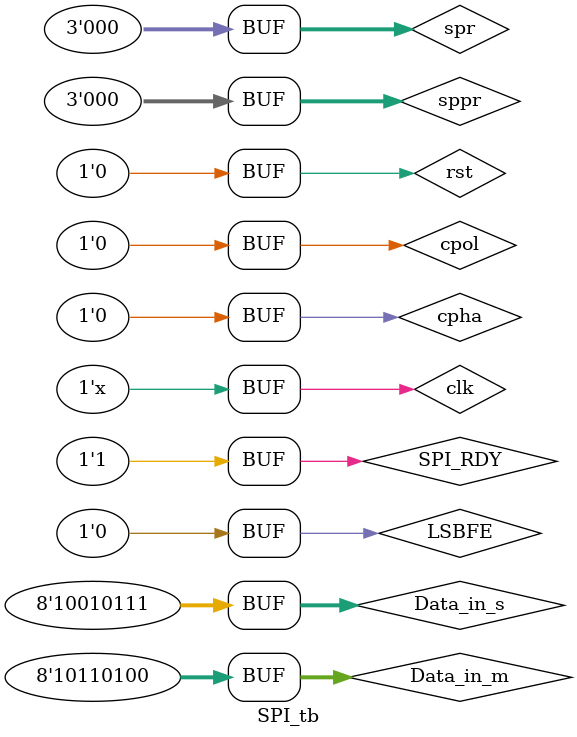
<source format=v>
`timescale 1ns / 1ps

module SPI(clk,rst,SPI_RDY,LSBFE,sppr,spr,cpol,cpha,Data_in_m,Data_in_s,Data_out_m,Data_out_s,c);
	
	input clk,rst,cpol,cpha,SPI_RDY,LSBFE;
	input [2:0] sppr,spr;
	input [7:0]Data_in_m,Data_in_s;
	output [7:0]Data_out_m,Data_out_s;
	output c;
	wire MISO,MOSI,s_clk,SS_b;
	

	baud_top b (.sppr(sppr),.spr(spr),.clk(clk),.cpol(cpol),.outs(s_clk));
	MasterMode m (.clk(s_clk),.rst(rst),.Data_in(Data_in_m),.SPI_RDY(SPI_RDY),.LSBFE(LSBFE),.cpol(cpol),.cpha(cpha),.MISO(MISO),.Data_out(Data_out_m),.MOSI(MOSI),.SS_b(SS_b));
	SlaveMode s (.clk(s_clk),.rst(rst),.Data_in(Data_in_s),.SS_b(SS_b),.LSBFE(LSBFE),.cpol(cpol),.cpha(cpha),.MOSI(MOSI),.Data_out(Data_out_s),.MISO(MISO),.c(c));

endmodule

module SPI_tb;

	reg clk,rst,cpol,cpha,SPI_RDY,LSBFE;
	reg [2:0] sppr,spr;
	reg [7:0]Data_in_m,Data_in_s;
	wire [7:0]Data_out_m,Data_out_s;
	wire c;
	SPI dut(clk,rst,SPI_RDY,LSBFE,sppr,spr,cpol,cpha,Data_in_m,Data_in_s,Data_out_m,Data_out_s,c);

initial 
begin
rst=1;
clk=0;
cpol=0;
cpha = 0;
SPI_RDY = 0;
LSBFE = 0;

sppr = 0;
spr = 0;

Data_in_m = 8'b1011_0100;
Data_in_s = 8'b1001_0111;


#100
rst = 0;
SPI_RDY= 1;
end

always #5 clk = ~clk;

endmodule
</source>
